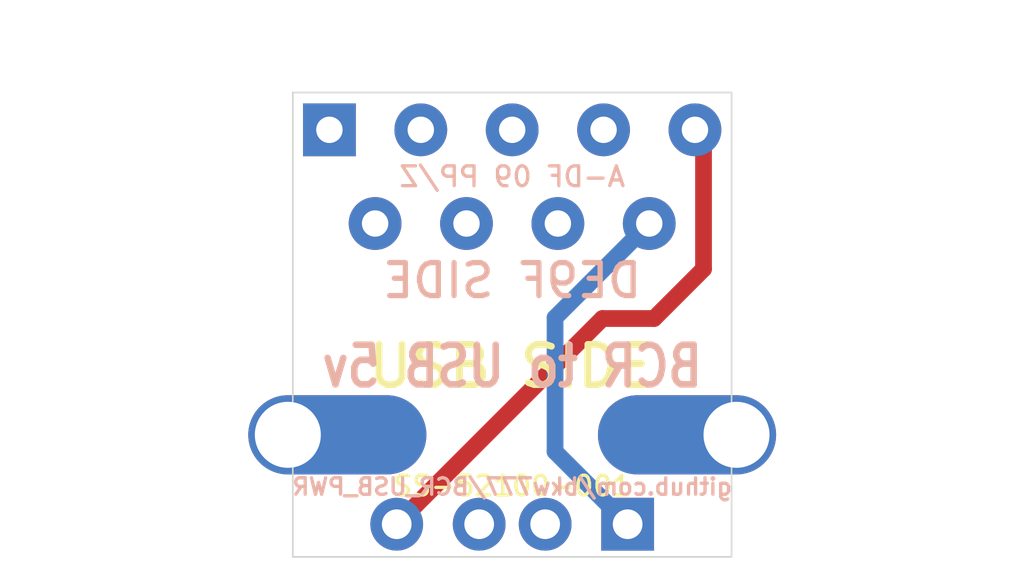
<source format=kicad_pcb>
(kicad_pcb (version 20171130) (host pcbnew 5.1.5-52549c5~84~ubuntu19.04.1)

  (general
    (thickness 1.6)
    (drawings 14)
    (tracks 8)
    (zones 0)
    (modules 2)
    (nets 4)
  )

  (page A4)
  (layers
    (0 F.Cu signal)
    (31 B.Cu signal)
    (32 B.Adhes user hide)
    (33 F.Adhes user hide)
    (34 B.Paste user hide)
    (35 F.Paste user hide)
    (36 B.SilkS user)
    (37 F.SilkS user)
    (38 B.Mask user)
    (39 F.Mask user)
    (40 Dwgs.User user hide)
    (41 Cmts.User user hide)
    (42 Eco1.User user hide)
    (43 Eco2.User user hide)
    (44 Edge.Cuts user)
    (45 Margin user hide)
    (46 B.CrtYd user hide)
    (47 F.CrtYd user hide)
    (48 B.Fab user hide)
    (49 F.Fab user hide)
  )

  (setup
    (last_trace_width 0.25)
    (user_trace_width 0.508)
    (trace_clearance 0.2)
    (zone_clearance 0.508)
    (zone_45_only no)
    (trace_min 0.2)
    (via_size 0.8)
    (via_drill 0.4)
    (via_min_size 0.4)
    (via_min_drill 0.3)
    (user_via 0.508 0.3048)
    (uvia_size 0.3)
    (uvia_drill 0.1)
    (uvias_allowed no)
    (uvia_min_size 0.2)
    (uvia_min_drill 0.1)
    (edge_width 0.05)
    (segment_width 0.2)
    (pcb_text_width 0.3)
    (pcb_text_size 1.5 1.5)
    (mod_edge_width 0.1016)
    (mod_text_size 1 1)
    (mod_text_width 0.15)
    (pad_size 1.6 1.6)
    (pad_drill 0.9)
    (pad_to_mask_clearance 0)
    (aux_axis_origin 0 0)
    (grid_origin 127 95.758)
    (visible_elements FFFFFF7F)
    (pcbplotparams
      (layerselection 0x010fc_ffffffff)
      (usegerberextensions false)
      (usegerberattributes false)
      (usegerberadvancedattributes false)
      (creategerberjobfile false)
      (excludeedgelayer true)
      (linewidth 0.100000)
      (plotframeref false)
      (viasonmask false)
      (mode 1)
      (useauxorigin false)
      (hpglpennumber 1)
      (hpglpenspeed 20)
      (hpglpendiameter 15.000000)
      (psnegative false)
      (psa4output false)
      (plotreference true)
      (plotvalue true)
      (plotinvisibletext false)
      (padsonsilk false)
      (subtractmaskfromsilk false)
      (outputformat 1)
      (mirror false)
      (drillshape 1)
      (scaleselection 1)
      (outputdirectory ""))
  )

  (net 0 "")
  (net 1 /+5V)
  (net 2 /GND)
  (net 3 "Net-(CN2-PadSH)")

  (net_class Default "This is the default net class."
    (clearance 0.2)
    (trace_width 0.25)
    (via_dia 0.8)
    (via_drill 0.4)
    (uvia_dia 0.3)
    (uvia_drill 0.1)
    (add_net /+5V)
    (add_net /GND)
    (add_net "Net-(CN2-PadSH)")
  )

  (module 0_LOCAL:A-DF_09_PP-Z_nec (layer B.Cu) (tedit 5F16501E) (tstamp 5F10179B)
    (at 121.46026 94.33814 180)
    (descr "9-pin D-Sub connector, straight/vertical, THT-mount, female, pitch 2.77x2.84mm, distance of mounting holes 25mm, see https://disti-assets.s3.amazonaws.com/tonar/files/datasheets/16730.pdf")
    (tags "9-pin D-Sub connector straight vertical THT female pitch 2.77x2.84mm mounting holes distance 25mm")
    (path /5F0C8236)
    (fp_text reference CN1 (at -5.5372 1.7018) (layer B.SilkS) hide
      (effects (font (size 1 1) (thickness 0.15)) (justify mirror))
    )
    (fp_text value DB9_Female (at -5.54 -4.53) (layer B.Fab)
      (effects (font (size 1 1) (thickness 0.15)) (justify mirror))
    )
    (fp_text user %R (at -5.54 -1.42) (layer B.Fab)
      (effects (font (size 1 1) (thickness 0.15)) (justify mirror))
    )
    (fp_line (start 9.96 3.91) (end -21.04 3.91) (layer B.CrtYd) (width 0.05))
    (fp_line (start 9.96 -6.74) (end 9.96 3.91) (layer B.CrtYd) (width 0.05))
    (fp_line (start -21.04 -6.74) (end 9.96 -6.74) (layer B.CrtYd) (width 0.05))
    (fp_line (start -21.04 3.91) (end -21.04 -6.74) (layer B.CrtYd) (width 0.05))
    (fp_line (start -13.358887 0.652163) (end -12.53015 -4.047837) (layer B.Fab) (width 0.1))
    (fp_line (start 2.278887 0.652163) (end 1.45015 -4.047837) (layer B.Fab) (width 0.1))
    (fp_line (start -10.954457 -5.37) (end -0.125543 -5.37) (layer B.Fab) (width 0.1))
    (fp_line (start -11.783194 2.53) (end 0.703194 2.53) (layer B.Fab) (width 0.1))
    (fp_arc (start -0.125543 -3.77) (end -0.125543 -5.37) (angle 80) (layer B.Fab) (width 0.1))
    (fp_arc (start -10.954457 -3.77) (end -10.954457 -5.37) (angle -80) (layer B.Fab) (width 0.1))
    (fp_arc (start 0.703194 0.93) (end 0.703194 2.53) (angle -100) (layer B.Fab) (width 0.1))
    (fp_arc (start -11.783194 0.93) (end -11.783194 2.53) (angle 100) (layer B.Fab) (width 0.1))
    (fp_line (start -5.54 -0.82) (end -5.54 -2.02) (layer Dwgs.User) (width 0.01))
    (fp_line (start -6.54 -1.42) (end -4.54 -1.42) (layer Dwgs.User) (width 0.01))
    (pad 9 thru_hole circle (at -9.695 -2.84 180) (size 1.6 1.6) (drill 0.8) (layers *.Cu *.Mask)
      (net 1 /+5V))
    (pad 8 thru_hole circle (at -6.925 -2.84 180) (size 1.6 1.6) (drill 0.8) (layers *.Cu *.Mask))
    (pad 7 thru_hole circle (at -4.155 -2.84 180) (size 1.6 1.6) (drill 0.8) (layers *.Cu *.Mask))
    (pad 6 thru_hole circle (at -1.385 -2.84 180) (size 1.6 1.6) (drill 0.8) (layers *.Cu *.Mask))
    (pad 5 thru_hole circle (at -11.08 0 180) (size 1.6 1.6) (drill 0.8) (layers *.Cu *.Mask)
      (net 2 /GND))
    (pad 4 thru_hole circle (at -8.31 0 180) (size 1.6 1.6) (drill 0.8) (layers *.Cu *.Mask))
    (pad 3 thru_hole circle (at -5.54 0 180) (size 1.6 1.6) (drill 0.8) (layers *.Cu *.Mask))
    (pad 2 thru_hole circle (at -2.77 0 180) (size 1.6 1.6) (drill 0.8) (layers *.Cu *.Mask))
    (pad 1 thru_hole rect (at 0 0 180) (size 1.6 1.6) (drill 0.8) (layers *.Cu *.Mask))
    (model ${KIPRJMOD}/3dmodels/DE9F_metal.step
      (offset (xyz -5.54 -1.42 6.3))
      (scale (xyz 1 1 1))
      (rotate (xyz 0 0 0))
    )
  )

  (module 0_LOCAL:USB_A_Female_UE27AC54100_cut (layer F.Cu) (tedit 5F164F98) (tstamp 5F1645F9)
    (at 127 103.583 180)
    (path /5F0C3585)
    (fp_text reference CN2 (at 0 -0.889 180 unlocked) (layer F.SilkS) hide
      (effects (font (size 1 1) (thickness 0.15)))
    )
    (fp_text value UE27AC54100 (at 0 9.5) (layer F.Fab)
      (effects (font (size 1 1) (thickness 0.15)))
    )
    (fp_line (start -6.55 -3.6) (end 6.55 -3.6) (layer F.Fab) (width 0.1))
    (fp_line (start 6.55 -3.6) (end 6.55 10.28) (layer F.Fab) (width 0.1))
    (fp_line (start -6.55 -3.6) (end -6.55 10.28) (layer F.Fab) (width 0.1))
    (fp_line (start -6.55 10.28) (end 6.55 10.28) (layer F.Fab) (width 0.1))
    (fp_line (start -6.75 -3.94) (end 6.75 -3.94) (layer F.CrtYd) (width 0.05))
    (fp_line (start 6.75 -3.94) (end 6.75 10.375) (layer F.CrtYd) (width 0.05))
    (fp_line (start -6.75 -3.94) (end -6.75 10.375) (layer F.CrtYd) (width 0.05))
    (fp_line (start -6.75 10.375) (end 6.75 10.375) (layer F.CrtYd) (width 0.05))
    (fp_text user %R (at -0.025 0.975) (layer F.Fab)
      (effects (font (size 1 1) (thickness 0.15)))
    )
    (pad 4 thru_hole circle (at 3.5 -2.71 180) (size 1.6 1.6) (drill 0.9) (layers *.Cu *.Mask)
      (net 2 /GND))
    (pad 3 thru_hole circle (at 1 -2.71 180) (size 1.6 1.6) (drill 0.9) (layers *.Cu *.Mask))
    (pad 2 thru_hole circle (at -1 -2.71 180) (size 1.6 1.6) (drill 0.9) (layers *.Cu *.Mask))
    (pad 1 thru_hole rect (at -3.5 -2.71 180) (size 1.6 1.6) (drill 0.9) (layers *.Cu *.Mask)
      (net 1 /+5V))
    (pad SH thru_hole oval (at 6.8 0 180) (size 5.4 2.4) (drill 2 (offset -1.5 0)) (layers *.Cu *.Mask)
      (net 3 "Net-(CN2-PadSH)"))
    (pad SH thru_hole oval (at -6.8 0 180) (size 5.4 2.4) (drill 2 (offset 1.5 0)) (layers *.Cu *.Mask)
      (net 3 "Net-(CN2-PadSH)"))
    (model ${KIPRJMOD}/3dmodels/USB-A_female_horiz_thru.step
      (offset (xyz 0 3.5 6.9))
      (scale (xyz 1 1 1))
      (rotate (xyz 0 0 0))
    )
  )

  (gr_text "A-DF 09 PP/Z" (at 127 95.758) (layer B.SilkS) (tstamp 5F0FB4DF)
    (effects (font (size 0.6 0.6) (thickness 0.1)) (justify mirror))
  )
  (gr_text SS-52100-001 (at 127 105.133) (layer F.SilkS) (tstamp 5F0FB580)
    (effects (font (size 0.6 0.6) (thickness 0.1)))
  )
  (gr_text github.com/bkw777/BCR_USB_PWR (at 127 105.158) (layer B.SilkS) (tstamp 5F0FB320)
    (effects (font (size 0.5 0.5) (thickness 0.1)) (justify mirror))
  )
  (gr_text "BCR to USB 5v" (at 127 101.508) (layer B.SilkS) (tstamp 5F103184)
    (effects (font (size 1.2 1) (thickness 0.2)) (justify mirror))
  )
  (gr_line (start 120.35 93.208) (end 120.35 107.283) (layer Edge.Cuts) (width 0.05) (tstamp 5F0CCB85))
  (gr_line (start 133.65 93.208) (end 120.35 93.208) (layer Edge.Cuts) (width 0.05))
  (gr_line (start 133.65 107.283) (end 133.65 93.208) (layer Edge.Cuts) (width 0.05) (tstamp 5F1647DC))
  (gr_line (start 120.35 107.283) (end 133.65 107.283) (layer Edge.Cuts) (width 0.05))
  (gr_line (start 125 114.258) (end 129 114.258) (layer Dwgs.User) (width 0.0254))
  (gr_line (start 127 97.258) (end 127 114.258) (layer Dwgs.User) (width 0.0254))
  (gr_line (start 114.3 87.376) (end 139.7 104.14) (layer Dwgs.User) (width 0.0254))
  (gr_line (start 114.3 104.14) (end 139.7 87.376) (layer Dwgs.User) (width 0.0254))
  (gr_text "DE9F SIDE" (at 127 98.908) (layer B.SilkS)
    (effects (font (size 1 1) (thickness 0.16)) (justify mirror))
  )
  (gr_text "USB SIDE" (at 127 101.508) (layer F.SilkS)
    (effects (font (size 1.2192 1.2192) (thickness 0.2032)))
  )

  (segment (start 128.3 104.093) (end 130.5 106.293) (width 0.508) (layer B.Cu) (net 1))
  (segment (start 131.15526 97.17814) (end 128.3 100.0334) (width 0.508) (layer B.Cu) (net 1))
  (segment (start 128.3 100.0334) (end 128.3 104.093) (width 0.508) (layer B.Cu) (net 1))
  (segment (start 132.8 94.59788) (end 132.54026 94.33814) (width 0.508) (layer F.Cu) (net 2))
  (segment (start 132.8 98.558) (end 132.8 94.59788) (width 0.508) (layer F.Cu) (net 2))
  (segment (start 131.3 100.058) (end 132.8 98.558) (width 0.508) (layer F.Cu) (net 2))
  (segment (start 123.5 106.293) (end 129.735 100.058) (width 0.508) (layer F.Cu) (net 2))
  (segment (start 129.735 100.058) (end 131.3 100.058) (width 0.508) (layer F.Cu) (net 2))

)

</source>
